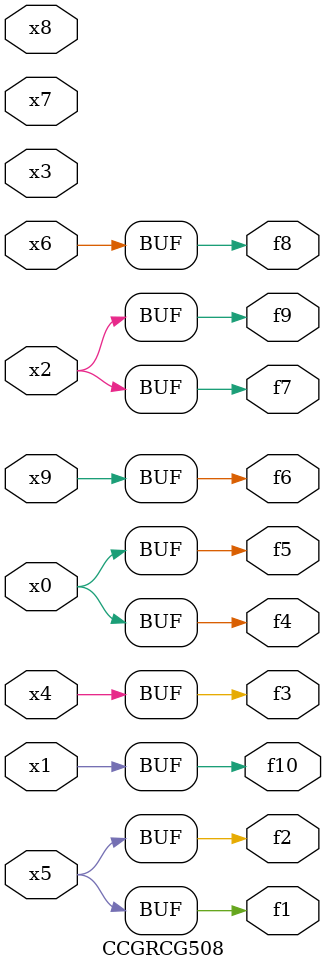
<source format=v>
module CCGRCG508(
	input x0, x1, x2, x3, x4, x5, x6, x7, x8, x9,
	output f1, f2, f3, f4, f5, f6, f7, f8, f9, f10
);
	assign f1 = x5;
	assign f2 = x5;
	assign f3 = x4;
	assign f4 = x0;
	assign f5 = x0;
	assign f6 = x9;
	assign f7 = x2;
	assign f8 = x6;
	assign f9 = x2;
	assign f10 = x1;
endmodule

</source>
